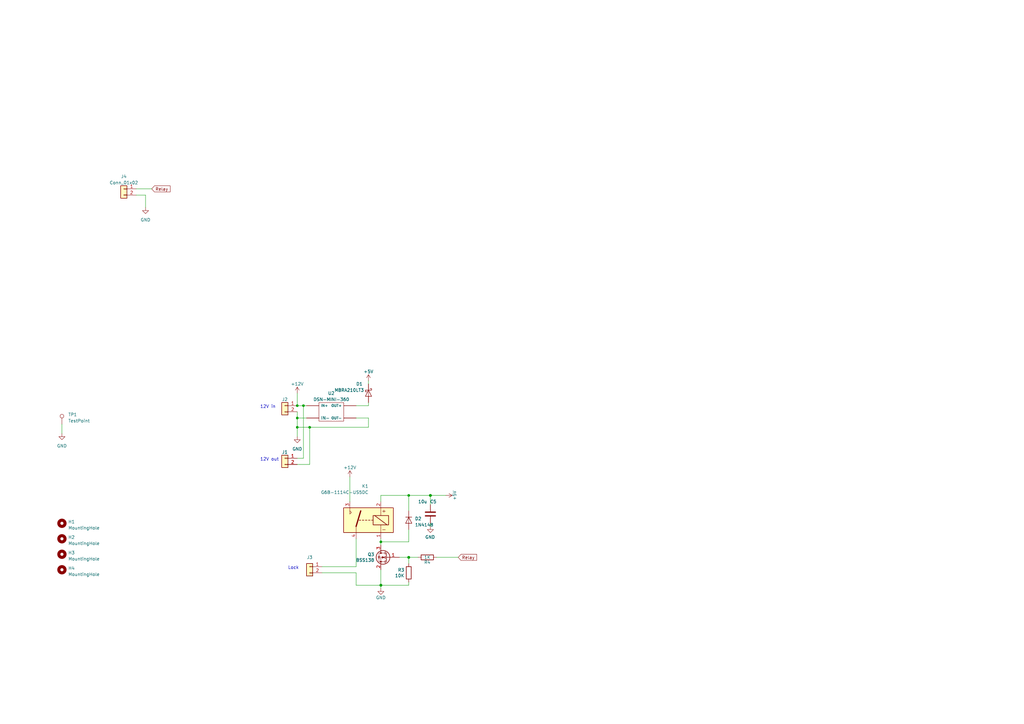
<source format=kicad_sch>
(kicad_sch (version 20230409) (generator eeschema)
  (paper "A3")
  (lib_symbols
    (symbol "Connector:TestPoint" (pin_numbers hide) (pin_names (offset 0.762) hide)
      (property "Reference" "TP" (at 0 6.858 0))
      (property "Value" "TestPoint" (at 0 5.08 0))
      (symbol "TestPoint_0_1"
        (circle (center 0 3.302) (radius 0.762))
      )
      (symbol "TestPoint_1_1"
        (pin passive line (at 0 0 90) (length 2.54) (name "1") (number "1"))
      )
    )
    (symbol "Connector_Generic:Conn_01x02" (pin_names (offset 1.016) hide)
      (property "Reference" "J" (at 0 2.54 0))
      (property "Value" "Conn_01x02" (at 0 -5.08 0))
      (symbol "Conn_01x02_1_1"
        (rectangle (start -1.27 -2.413) (end 0 -2.667) (stroke (width 0.1524)))
        (rectangle (start -1.27 0.127) (end 0 -0.127) (stroke (width 0.1524)))
        (rectangle (start -1.27 1.27) (end 1.27 -3.81) (stroke (width 0.254)) (fill (type background)))
        (pin passive line (at -5.08 0 0) (length 3.81) (name "Pin_1") (number "1"))
        (pin passive line (at -5.08 -2.54 0) (length 3.81) (name "Pin_2") (number "2"))
      )
    )
    (symbol "Device:C" (pin_numbers hide) (pin_names (offset 0.254))
      (property "Reference" "C" (at 0.635 2.54 0))
      (property "Value" "C" (at 0.635 -2.54 0))
      (symbol "C_0_1"
        (polyline (pts (xy -2.032 -0.762) (xy 2.032 -0.762)) (stroke (width 0.508)))
        (polyline (pts (xy -2.032 0.762) (xy 2.032 0.762)) (stroke (width 0.508)))
      )
      (symbol "C_1_1"
        (pin passive line (at 0 3.81 270) (length 2.794) (name "~") (number "1"))
        (pin passive line (at 0 -3.81 90) (length 2.794) (name "~") (number "2"))
      )
    )
    (symbol "Device:D" (pin_numbers hide) (pin_names (offset 1.016) hide)
      (property "Reference" "D" (at 0 2.54 0))
      (property "Value" "D" (at 0 -2.54 0))
      (symbol "D_0_1"
        (polyline (pts (xy -1.27 1.27) (xy -1.27 -1.27)) (stroke (width 0.2032)))
        (polyline (pts (xy 1.27 0) (xy -1.27 0)))
        (polyline (pts (xy 1.27 1.27) (xy 1.27 -1.27) (xy -1.27 0) (xy 1.27 1.27)) (stroke (width 0.2032)))
      )
      (symbol "D_1_1"
        (pin passive line (at -3.81 0 0) (length 2.54) (name "K") (number "1"))
        (pin passive line (at 3.81 0 180) (length 2.54) (name "A") (number "2"))
      )
    )
    (symbol "Device:D_Schottky" (pin_numbers hide) (pin_names (offset 1.016) hide)
      (property "Reference" "D" (at 0 2.54 0))
      (property "Value" "D_Schottky" (at 0 -2.54 0))
      (symbol "D_Schottky_0_1"
        (polyline (pts (xy 1.27 0) (xy -1.27 0)))
        (polyline (pts (xy 1.27 1.27) (xy 1.27 -1.27) (xy -1.27 0) (xy 1.27 1.27)) (stroke (width 0.2032)))
        (polyline (pts (xy -1.905 0.635) (xy -1.905 1.27) (xy -1.27 1.27) (xy -1.27 -1.27) (xy -0.635 -1.27) (xy -0.635 -0.635)) (stroke (width 0.2032)))
      )
      (symbol "D_Schottky_1_1"
        (pin passive line (at -3.81 0 0) (length 2.54) (name "K") (number "1"))
        (pin passive line (at 3.81 0 180) (length 2.54) (name "A") (number "2"))
      )
    )
    (symbol "Device:Q_NMOS_GSD" (pin_names (offset 0) hide)
      (property "Reference" "Q" (at 5.08 1.27 0))
      (property "Value" "Q_NMOS_GSD" (at 5.08 -1.27 0))
      (symbol "Q_NMOS_GSD_0_1"
        (polyline (pts (xy 0.0508 0) (xy 0.254 0)))
        (polyline (pts (xy 0.762 -1.778) (xy 2.54 -1.778)))
        (polyline (pts (xy 0.762 -1.27) (xy 0.762 -2.286)) (stroke (width 0.254)))
        (polyline (pts (xy 0.762 0) (xy 2.54 0)))
        (polyline (pts (xy 0.762 0.508) (xy 0.762 -0.508)) (stroke (width 0.254)))
        (polyline (pts (xy 0.762 1.778) (xy 2.54 1.778)))
        (polyline (pts (xy 0.762 2.286) (xy 0.762 1.27)) (stroke (width 0.254)))
        (polyline (pts (xy 2.54 -1.778) (xy 2.54 -2.54)))
        (polyline (pts (xy 2.54 -1.778) (xy 2.54 0)))
        (polyline (pts (xy 2.54 2.54) (xy 2.54 1.778)))
        (polyline (pts (xy 0.254 1.905) (xy 0.254 -1.905) (xy 0.254 -1.905)) (stroke (width 0.254)))
        (polyline (pts (xy 1.016 0) (xy 2.032 0.381) (xy 2.032 -0.381) (xy 1.016 0)) (fill (type outline)))
        (polyline (pts (xy 2.54 -1.778) (xy 3.302 -1.778) (xy 3.302 1.778) (xy 2.54 1.778)))
        (polyline (pts (xy 2.794 0.508) (xy 2.921 0.381) (xy 3.683 0.381) (xy 3.81 0.254)))
        (polyline (pts (xy 3.302 0.381) (xy 2.921 -0.254) (xy 3.683 -0.254) (xy 3.302 0.381)))
        (circle (center 1.651 0) (radius 2.8194) (stroke (width 0.254)))
        (circle (center 2.54 -1.778) (radius 0.2794) (fill (type outline)))
        (circle (center 2.54 1.778) (radius 0.2794) (fill (type outline)))
      )
      (symbol "Q_NMOS_GSD_1_1"
        (pin input line (at -5.08 0 0) (length 5.08) (name "G") (number "1"))
        (pin passive line (at 2.54 -5.08 90) (length 2.54) (name "S") (number "2"))
        (pin passive line (at 2.54 5.08 270) (length 2.54) (name "D") (number "3"))
      )
    )
    (symbol "Device:R" (pin_numbers hide) (pin_names (offset 0))
      (property "Reference" "R" (at 2.032 0 90))
      (property "Value" "R" (at 0 0 90))
      (symbol "R_0_1"
        (rectangle (start -1.016 -2.54) (end 1.016 2.54) (stroke (width 0.254)))
      )
      (symbol "R_1_1"
        (pin passive line (at 0 3.81 270) (length 1.27) (name "~") (number "1"))
        (pin passive line (at 0 -3.81 90) (length 1.27) (name "~") (number "2"))
      )
    )
    (symbol "Mechanical:MountingHole" (pin_names (offset 1.016))
      (property "Reference" "H" (at 0 5.08 0))
      (property "Value" "MountingHole" (at 0 3.175 0))
      (symbol "MountingHole_0_1"
        (circle (center 0 0) (radius 1.27) (stroke (width 1.27)))
      )
    )
    (symbol "dsnmini360:DSN-MINI-360" (pin_numbers hide) (pin_names (offset 0.762))
      (property "Reference" "U" (at 3.81 -4.9784 0))
      (property "Value" "DSN-MINI-360" (at 0 5.08 0))
      (symbol "DSN-MINI-360_0_1"
        (rectangle (start -5.08 -3.81) (end 5.08 3.81))
      )
      (symbol "DSN-MINI-360_1_1"
        (pin passive line (at -10.16 2.54 0) (length 5.08) (name "IN+") (number "IN+"))
        (pin passive line (at -10.16 -2.54 0) (length 5.08) (name "IN-") (number "IN-"))
        (pin passive line (at 10.16 2.54 180) (length 5.08) (name "OUT+") (number "OUT+"))
        (pin passive line (at 10.16 -2.54 180) (length 5.08) (name "OUT-") (number "OUT-"))
      )
    )
    (symbol "g6b-1114c-us-dc5:G6B-1114C-US-DC5" (pin_names (offset 1.016))
      (property "Reference" "RL" (at 11.43 3.81 0))
      (property "Value" "G6B-1114C-US-DC5" (at 11.43 1.27 0))
      (symbol "G6B-1114C-US-DC5_0_0"
        (text "+" (at -6.35 3.81 0) (effects (font (size 1.524 1.524))))
        (text "-" (at -6.35 -3.81 0) (effects (font (size 1.524 1.524))))
      )
      (symbol "G6B-1114C-US-DC5_0_1"
        (rectangle (start -10.16 5.08) (end 10.16 -5.08) (stroke (width 0.254)) (fill (type background)))
        (rectangle (start -8.255 1.905) (end -1.905 -1.905) (stroke (width 0.254)))
        (polyline (pts (xy -7.62 -1.905) (xy -2.54 1.905)) (stroke (width 0.254)))
        (polyline (pts (xy -5.08 -5.08) (xy -5.08 -1.905)))
        (polyline (pts (xy -5.08 5.08) (xy -5.08 1.905)))
        (polyline (pts (xy -1.905 0) (xy -1.27 0)) (stroke (width 0.254)))
        (polyline (pts (xy -0.635 0) (xy 0 0)) (stroke (width 0.254)))
        (polyline (pts (xy 0.635 0) (xy 1.27 0)) (stroke (width 0.254)))
        (polyline (pts (xy 1.905 0) (xy 2.54 0)) (stroke (width 0.254)))
        (polyline (pts (xy 3.175 0) (xy 3.81 0)) (stroke (width 0.254)))
        (polyline (pts (xy 5.08 -2.54) (xy 3.175 3.81)) (stroke (width 0.508)))
        (polyline (pts (xy 5.08 -2.54) (xy 5.08 -5.08)))
        (polyline (pts (xy 7.62 2.54) (xy 7.62 5.08)))
        (polyline (pts (xy 7.62 2.54) (xy 6.985 3.175) (xy 7.62 3.81)))
      )
      (symbol "G6B-1114C-US-DC5_1_1"
        (pin passive line (at -5.08 -7.62 90) (length 2.54) (name "~") (number "1"))
        (pin passive line (at -5.08 7.62 270) (length 2.54) (name "~") (number "2"))
        (pin passive line (at 7.62 7.62 270) (length 2.54) (name "~") (number "3"))
        (pin passive line (at 5.08 -7.62 90) (length 2.54) (name "~") (number "4"))
      )
    )
    (symbol "power:+12V" (power) (pin_names (offset 0))
      (property "Value" "+12V" (at 0 3.556 0))
      (symbol "+12V_0_1"
        (polyline (pts (xy -0.762 1.27) (xy 0 2.54)))
        (polyline (pts (xy 0 0) (xy 0 2.54)))
        (polyline (pts (xy 0 2.54) (xy 0.762 1.27)))
      )
      (symbol "+12V_1_1"
        (pin power_in line (at 0 0 90) (length 0) hide (name "+12V") (number "1"))
      )
    )
    (symbol "power:+5V" (power) (pin_names (offset 0))
      (property "Value" "+5V" (at 0 3.556 0))
      (symbol "+5V_0_1"
        (polyline (pts (xy -0.762 1.27) (xy 0 2.54)))
        (polyline (pts (xy 0 0) (xy 0 2.54)))
        (polyline (pts (xy 0 2.54) (xy 0.762 1.27)))
      )
      (symbol "+5V_1_1"
        (pin power_in line (at 0 0 90) (length 0) hide (name "+5V") (number "1"))
      )
    )
    (symbol "power:GND" (power) (pin_names (offset 0))
      (property "Value" "GND" (at 0 -3.81 0))
      (symbol "GND_0_1"
        (polyline (pts (xy 0 0) (xy 0 -1.27) (xy 1.27 -1.27) (xy 0 -2.54) (xy -1.27 -1.27) (xy 0 -1.27)))
      )
      (symbol "GND_1_1"
        (pin power_in line (at 0 0 270) (length 0) hide (name "GND") (number "1"))
      )
    )
  )
  (junction (at 156.21 222.25))
  (junction (at 124.46 166.37))
  (junction (at 121.92 175.26))
  (junction (at 167.64 203.2))
  (junction (at 121.92 166.37))
  (junction (at 176.53 203.2) (diameter 1.016))
  (junction (at 167.64 228.6) (diameter 1.016))
  (junction (at 127 175.26))
  (junction (at 121.92 171.45))
  (junction (at 156.21 240.03) (diameter 1.016))
  (wire (pts (xy 124.46 166.37) (xy 125.73 166.37)))
  (wire (pts (xy 156.21 222.25) (xy 156.21 223.52)))
  (wire (pts (xy 146.05 240.03) (xy 156.21 240.03)))
  (wire (pts (xy 167.64 240.03) (xy 167.64 238.76)))
  (wire (pts (xy 176.53 214.63) (xy 176.53 215.9)))
  (wire (pts (xy 151.13 166.37) (xy 146.05 166.37)))
  (wire (pts (xy 167.64 217.17) (xy 167.64 222.25)))
  (wire (pts (xy 176.53 207.01) (xy 176.53 203.2)))
  (wire (pts (xy 151.13 165.1) (xy 151.13 166.37)))
  (wire (pts (xy 121.92 175.26) (xy 121.92 179.07)))
  (wire (pts (xy 121.92 171.45) (xy 121.92 175.26)))
  (wire (pts (xy 121.92 168.91) (xy 121.92 171.45)))
  (wire (pts (xy 151.13 175.26) (xy 151.13 171.45)))
  (wire (pts (xy 176.53 203.2) (xy 167.64 203.2)))
  (wire (pts (xy 124.46 187.96) (xy 124.46 166.37)))
  (wire (pts (xy 121.92 171.45) (xy 125.73 171.45)))
  (wire (pts (xy 25.4 173.99) (xy 25.4 177.8)))
  (wire (pts (xy 143.51 195.58) (xy 143.51 205.74)))
  (wire (pts (xy 55.88 77.47) (xy 62.23 77.47)))
  (wire (pts (xy 156.21 203.2) (xy 156.21 205.74)))
  (wire (pts (xy 146.05 234.95) (xy 146.05 240.03)))
  (wire (pts (xy 121.92 175.26) (xy 127 175.26)))
  (wire (pts (xy 156.21 220.98) (xy 156.21 222.25)))
  (wire (pts (xy 167.64 222.25) (xy 156.21 222.25)))
  (wire (pts (xy 132.08 234.95) (xy 146.05 234.95)))
  (wire (pts (xy 151.13 156.21) (xy 151.13 157.48)))
  (wire (pts (xy 156.21 240.03) (xy 167.64 240.03)))
  (wire (pts (xy 151.13 171.45) (xy 146.05 171.45)))
  (wire (pts (xy 127 190.5) (xy 121.92 190.5)))
  (wire (pts (xy 146.05 232.41) (xy 132.08 232.41)))
  (wire (pts (xy 127 175.26) (xy 127 190.5)))
  (wire (pts (xy 55.88 80.01) (xy 59.69 80.01)))
  (wire (pts (xy 59.69 80.01) (xy 59.69 85.09)))
  (wire (pts (xy 156.21 233.68) (xy 156.21 240.03)))
  (wire (pts (xy 121.92 166.37) (xy 124.46 166.37)))
  (wire (pts (xy 167.64 228.6) (xy 167.64 231.14)))
  (wire (pts (xy 171.45 228.6) (xy 167.64 228.6)))
  (wire (pts (xy 121.92 161.29) (xy 121.92 166.37)))
  (wire (pts (xy 167.64 203.2) (xy 167.64 209.55)))
  (wire (pts (xy 167.64 228.6) (xy 163.83 228.6)))
  (wire (pts (xy 127 175.26) (xy 151.13 175.26)))
  (wire (pts (xy 167.64 203.2) (xy 156.21 203.2)))
  (wire (pts (xy 146.05 220.98) (xy 146.05 232.41)))
  (wire (pts (xy 121.92 187.96) (xy 124.46 187.96)))
  (wire (pts (xy 156.21 240.03) (xy 156.21 241.3)))
  (wire (pts (xy 182.88 203.2) (xy 176.53 203.2)))
  (wire (pts (xy 187.96 228.6) (xy 179.07 228.6)))
  (text "12V in" (at 106.68 167.64 0) (effects (font (size 1.27 1.27)) (justify left bottom)))
  (text "Lock" (at 118.11 233.68 0) (effects (font (size 1.27 1.27)) (justify left bottom)))
  (text "12V out" (at 106.68 189.23 0) (effects (font (size 1.27 1.27)) (justify left bottom)))
  (global_label "Relay" (shape input) (at 187.96 228.6 0) (property "Intersheetrefs" "${INTERSHEET_REFS}" (effects hide)))
  (global_label "Relay" (shape input) (at 62.23 77.47 0) (property "Intersheetrefs" "${INTERSHEET_REFS}" (effects hide)))
  (symbol (lib_id "power:GND") (at 176.53 215.9 0) (mirror y) (unit 1)
    (property "Reference" "#PWR021" (effects hide))
    (property "Value" "GND" (at 176.403 220.2942 0))
  )
  (symbol (lib_id "power:+12V") (at 121.92 161.29 0) (unit 1)
    (property "Reference" "#PWR09" (effects hide))
    (property "Value" "+12V" (at 121.92 157.48 0))
  )
  (symbol (lib_id "Device:Q_NMOS_GSD") (at 158.75 228.6 0) (mirror y) (unit 1)
    (property "Reference" "Q3" (at 153.543 227.4316 0) (effects (justify left)))
    (property "Value" "BSS138" (at 153.543 229.743 0) (effects (justify left)))
    (property "Footprint" "Package_TO_SOT_SMD:SOT-23" (effects hide))
  )
  (symbol (lib_id "power:GND") (at 121.92 179.07 0) (unit 1)
    (property "Reference" "#PWR010" (effects hide))
    (property "Value" "GND" (at 121.92 184.15 0))
  )
  (symbol (lib_id "Mechanical:MountingHole") (at 25.4 227.33 0) (unit 1)
    (property "Reference" "H3" (at 27.94 226.695 0) (effects (justify left)))
    (property "Value" "MountingHole" (at 27.94 229.235 0) (effects (justify left)))
    (property "Footprint" "MountingHole:MountingHole_3.2mm_M3" (effects hide))
  )
  (symbol (lib_id "power:+5V") (at 151.13 156.21 0) (unit 1)
    (property "Reference" "#PWR014" (effects hide))
    (property "Value" "+5V" (at 151.13 152.4 0))
  )
  (symbol (lib_id "Device:D") (at 167.64 213.36 90) (mirror x) (unit 1)
    (property "Reference" "D2" (at 170.18 212.725 90) (effects (justify right)))
    (property "Value" "1N4148" (at 170.18 215.265 90) (effects (justify right)))
    (property "Footprint" "Diode_SMD:D_SOD-123" (effects hide))
  )
  (symbol (lib_id "dsnmini360:DSN-MINI-360") (at 135.89 168.91 0) (unit 1)
    (property "Reference" "U2" (at 135.89 161.29 0))
    (property "Value" "DSN-MINI-360" (at 135.89 163.83 0))
    (property "Footprint" "modules:DSN-MINI-360" (effects hide))
    (property "Datasheet" "regulator\\lm78xx.pdf" (effects hide))
  )
  (symbol (lib_id "Device:R") (at 175.26 228.6 90) (mirror x) (unit 1)
    (property "Reference" "R4" (at 175.26 230.632 90))
    (property "Value" "1K" (at 175.26 228.6 90))
    (property "Footprint" "Resistor_SMD:R_0603_1608Metric" (effects hide))
  )
  (symbol (lib_id "Connector_Generic:Conn_01x02") (at 116.84 166.37 0) (mirror y) (unit 1)
    (property "Reference" "J2" (at 116.84 163.83 0))
    (property "Value" "Conn_01x02" (effects hide))
    (property "Footprint" "Connector_JST:JST_XH_B2B-XH-A_1x02_P2.50mm_Vertical" (effects hide))
  )
  (symbol (lib_id "Connector_Generic:Conn_01x02") (at 127 232.41 0) (mirror y) (unit 1)
    (property "Reference" "J3" (at 127 228.6 0))
    (property "Value" "CONN_01X02" (effects hide))
    (property "Footprint" "Connector_JST:JST_XH_B2B-XH-A_1x02_P2.50mm_Vertical" (effects hide))
  )
  (symbol (lib_id "g6b-1114c-us-dc5:G6B-1114C-US-DC5") (at 151.13 213.36 0) (mirror y) (unit 1)
    (property "Reference" "K1" (at 151.13 199.39 0) (effects (justify left)))
    (property "Value" "G6B-1114C-US5DC" (at 151.13 201.93 0) (effects (justify left)))
    (property "Footprint" "modules:DIL-relay" (effects hide))
  )
  (symbol (lib_id "Mechanical:MountingHole") (at 25.4 220.98 0) (unit 1)
    (property "Reference" "H2" (at 27.94 220.345 0) (effects (justify left)))
    (property "Value" "MountingHole" (at 27.94 222.885 0) (effects (justify left)))
    (property "Footprint" "MountingHole:MountingHole_3.2mm_M3" (effects hide))
  )
  (symbol (lib_id "power:+5V") (at 182.88 203.2 270) (mirror x) (unit 1)
    (property "Reference" "#PWR023" (effects hide))
    (property "Value" "+5V" (at 186.436 203.2 0))
  )
  (symbol (lib_id "Connector:TestPoint") (at 25.4 173.99 0) (unit 1)
    (property "Reference" "TP1" (at 27.94 170.053 0) (effects (justify left)))
    (property "Value" "TestPoint" (at 27.94 172.593 0) (effects (justify left)))
    (property "Footprint" "TestPoint:TestPoint_Keystone_5000-5004_Miniature" (effects hide))
  )
  (symbol (lib_id "power:GND") (at 156.21 241.3 0) (mirror y) (unit 1)
    (property "Reference" "#PWR015" (effects hide))
    (property "Value" "GND" (at 156.21 245.11 0))
  )
  (symbol (lib_id "Device:D_Schottky") (at 151.13 161.29 270) (unit 1)
    (property "Reference" "D1" (at 146.05 157.48 90) (effects (justify left)))
    (property "Value" "MBRA210LT3 " (at 137.16 160.02 90) (effects (justify left)))
    (property "Footprint" "Diode_SMD:D_SMA" (effects hide))
  )
  (symbol (lib_id "Mechanical:MountingHole") (at 25.4 233.68 0) (unit 1)
    (property "Reference" "H4" (at 27.94 233.045 0) (effects (justify left)))
    (property "Value" "MountingHole" (at 27.94 235.585 0) (effects (justify left)))
    (property "Footprint" "MountingHole:MountingHole_3.2mm_M3" (effects hide))
  )
  (symbol (lib_id "Device:C") (at 176.53 210.82 0) (mirror y) (unit 1)
    (property "Reference" "C5" (at 179.07 205.74 0) (effects (justify left)))
    (property "Value" "10u" (at 175.26 205.74 0) (effects (justify left)))
    (property "Footprint" "Capacitor_SMD:C_0603_1608Metric" (effects hide))
  )
  (symbol (lib_id "Mechanical:MountingHole") (at 25.4 214.63 0) (unit 1)
    (property "Reference" "H1" (at 27.94 213.995 0) (effects (justify left)))
    (property "Value" "MountingHole" (at 27.94 216.535 0) (effects (justify left)))
    (property "Footprint" "MountingHole:MountingHole_3.2mm_M3" (effects hide))
  )
  (symbol (lib_id "Connector_Generic:Conn_01x02") (at 50.8 77.47 0) (mirror y) (unit 1)
    (property "Reference" "J4" (at 50.8 72.39 0))
    (property "Value" "Conn_01x02" (at 50.8 74.93 0))
    (property "Footprint" "Connector_JST:JST_XH_B2B-XH-A_1x02_P2.50mm_Vertical" (effects hide))
  )
  (symbol (lib_id "power:GND") (at 59.69 85.09 0) (unit 1)
    (property "Reference" "#PWR02" (effects hide))
    (property "Value" "GND" (at 59.69 90.17 0))
  )
  (symbol (lib_id "power:GND") (at 25.4 177.8 0) (unit 1)
    (property "Reference" "#PWR01" (effects hide))
    (property "Value" "GND" (at 25.4 182.88 0))
  )
  (symbol (lib_id "Connector_Generic:Conn_01x02") (at 116.84 187.96 0) (mirror y) (unit 1)
    (property "Reference" "J1" (at 116.84 185.42 0))
    (property "Value" "Conn_01x02" (effects hide))
    (property "Footprint" "Connector_JST:JST_XH_B2B-XH-A_1x02_P2.50mm_Vertical" (effects hide))
  )
  (symbol (lib_id "power:+12V") (at 143.51 195.58 0) (unit 1)
    (property "Reference" "#PWR013" (effects hide))
    (property "Value" "+12V" (at 143.51 191.77 0))
  )
  (symbol (lib_id "Device:R") (at 167.64 234.95 0) (mirror y) (unit 1)
    (property "Reference" "R3" (at 165.862 233.7816 0) (effects (justify left)))
    (property "Value" "10K" (at 165.862 236.093 0) (effects (justify left)))
    (property "Footprint" "Resistor_SMD:R_0603_1608Metric" (effects hide))
  )
)
</source>
